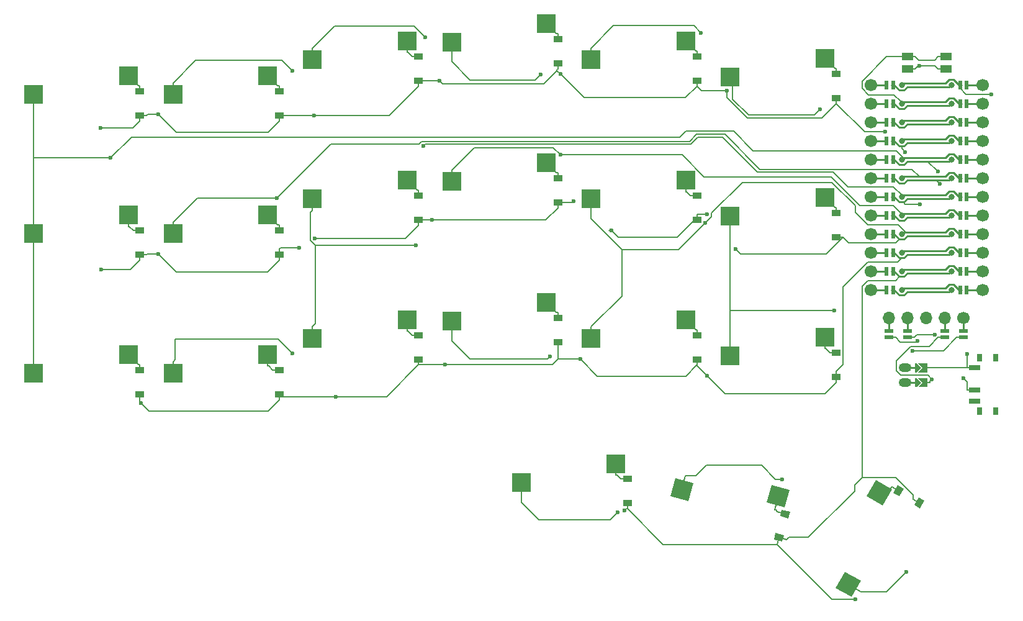
<source format=gbl>
G04 #@! TF.GenerationSoftware,KiCad,Pcbnew,8.0.8+1*
G04 #@! TF.CreationDate,2025-07-08T12:52:23+00:00*
G04 #@! TF.ProjectId,corney_island_wireless_autorouted,636f726e-6579-45f6-9973-6c616e645f77,0.2*
G04 #@! TF.SameCoordinates,Original*
G04 #@! TF.FileFunction,Copper,L2,Bot*
G04 #@! TF.FilePolarity,Positive*
%FSLAX46Y46*%
G04 Gerber Fmt 4.6, Leading zero omitted, Abs format (unit mm)*
G04 Created by KiCad (PCBNEW 8.0.8+1) date 2025-07-08 12:52:23*
%MOMM*%
%LPD*%
G01*
G04 APERTURE LIST*
G04 #@! TA.AperFunction,SMDPad,CuDef*
%ADD10R,1.550000X1.000000*%
G04 #@! TD*
G04 #@! TA.AperFunction,SMDPad,CuDef*
%ADD11R,0.800000X1.000000*%
G04 #@! TD*
G04 #@! TA.AperFunction,SMDPad,CuDef*
%ADD12R,1.500000X0.700000*%
G04 #@! TD*
G04 #@! TA.AperFunction,ComponentPad*
%ADD13O,1.750000X1.200000*%
G04 #@! TD*
G04 #@! TA.AperFunction,ComponentPad*
%ADD14O,1.700000X1.700000*%
G04 #@! TD*
G04 #@! TA.AperFunction,ComponentPad*
%ADD15C,1.700000*%
G04 #@! TD*
G04 #@! TA.AperFunction,SMDPad,CuDef*
%ADD16R,1.200000X0.600000*%
G04 #@! TD*
G04 #@! TA.AperFunction,SMDPad,CuDef*
%ADD17R,0.600000X1.200000*%
G04 #@! TD*
G04 #@! TA.AperFunction,ComponentPad*
%ADD18C,0.800000*%
G04 #@! TD*
G04 #@! TA.AperFunction,SMDPad,CuDef*
%ADD19R,1.200000X0.900000*%
G04 #@! TD*
G04 #@! TA.AperFunction,SMDPad,CuDef*
%ADD20R,2.550000X2.500000*%
G04 #@! TD*
G04 #@! TA.AperFunction,ViaPad*
%ADD21C,0.600000*%
G04 #@! TD*
G04 #@! TA.AperFunction,Conductor*
%ADD22C,0.200000*%
G04 #@! TD*
G04 #@! TA.AperFunction,Conductor*
%ADD23C,0.250000*%
G04 #@! TD*
G04 APERTURE END LIST*
D10*
X212079000Y-54315000D03*
X212079000Y-56015000D03*
X217329000Y-54315000D03*
X217329000Y-56015000D03*
D11*
X221915000Y-95350000D03*
X221915000Y-102650000D03*
X224125000Y-95350000D03*
X224125000Y-102650000D03*
D12*
X221265000Y-96750000D03*
X221265000Y-99750000D03*
X221265000Y-101250000D03*
G04 #@! TA.AperFunction,SMDPad,CuDef*
G36*
X213566000Y-97350000D02*
G01*
X214166000Y-96750000D01*
X213566000Y-96150000D01*
X214816000Y-96150000D01*
X214816000Y-97350000D01*
X213566000Y-97350000D01*
G37*
G04 #@! TD.AperFunction*
G04 #@! TA.AperFunction,SMDPad,CuDef*
G36*
X213566000Y-99350000D02*
G01*
X214166000Y-98750000D01*
X213566000Y-98150000D01*
X214816000Y-98150000D01*
X214816000Y-99350000D01*
X213566000Y-99350000D01*
G37*
G04 #@! TD.AperFunction*
D13*
X211750000Y-98750000D03*
X211750000Y-96750000D03*
G04 #@! TA.AperFunction,SMDPad,CuDef*
G36*
X213350000Y-99350000D02*
G01*
X213150000Y-99350000D01*
X213150000Y-98150000D01*
X213350000Y-98150000D01*
X213950000Y-98750000D01*
X213350000Y-99350000D01*
G37*
G04 #@! TD.AperFunction*
G04 #@! TA.AperFunction,SMDPad,CuDef*
G36*
X213350000Y-97350000D02*
G01*
X213150000Y-97350000D01*
X213150000Y-96150000D01*
X213350000Y-96150000D01*
X213950000Y-96750000D01*
X213350000Y-97350000D01*
G37*
G04 #@! TD.AperFunction*
D14*
X209567000Y-89950000D03*
X212107000Y-89950000D03*
X214647000Y-89950000D03*
X217187000Y-89950000D03*
D15*
X219727000Y-89950000D03*
D16*
X219727000Y-92600000D03*
X217187000Y-92600000D03*
X212107000Y-92600000D03*
X209567000Y-92600000D03*
X219727000Y-91700000D03*
X217187000Y-91700000D03*
X212107000Y-91700000D03*
X209567000Y-91700000D03*
D17*
X220184000Y-58170000D03*
D15*
X222324000Y-58170000D03*
D17*
X220184000Y-60710000D03*
D15*
X222324000Y-60710000D03*
D17*
X220184000Y-63250000D03*
D15*
X222324000Y-63250000D03*
D17*
X220184000Y-65790000D03*
D15*
X222324000Y-65790000D03*
D17*
X220184000Y-68330000D03*
D15*
X222324000Y-68330000D03*
D17*
X220184000Y-70870000D03*
D15*
X222324000Y-70870000D03*
D17*
X220184000Y-73410000D03*
D15*
X222324000Y-73410000D03*
D17*
X220184000Y-75950000D03*
D15*
X222324000Y-75950000D03*
D17*
X220184000Y-78490000D03*
D15*
X222324000Y-78490000D03*
D17*
X220184000Y-81030000D03*
D15*
X222324000Y-81030000D03*
D17*
X220184000Y-83570000D03*
D15*
X222324000Y-83570000D03*
D17*
X220184000Y-86110000D03*
D15*
X222324000Y-86110000D03*
X207084000Y-86110000D03*
D17*
X209224000Y-86110000D03*
D15*
X207084000Y-83570000D03*
D17*
X209224000Y-83570000D03*
D15*
X207084000Y-81030000D03*
D17*
X209224000Y-81030000D03*
D15*
X207084000Y-78490000D03*
D17*
X209224000Y-78490000D03*
D15*
X207084000Y-75950000D03*
D17*
X209224000Y-75950000D03*
D15*
X207084000Y-73410000D03*
D17*
X209224000Y-73410000D03*
D15*
X207084000Y-70870000D03*
D17*
X209224000Y-70870000D03*
D15*
X207084000Y-68330000D03*
D17*
X209224000Y-68330000D03*
D15*
X207084000Y-65790000D03*
D17*
X209224000Y-65790000D03*
D15*
X207084000Y-63250000D03*
D17*
X209224000Y-63250000D03*
D15*
X207084000Y-60710000D03*
D17*
X209224000Y-60710000D03*
D15*
X207084000Y-58170000D03*
D17*
X209224000Y-58170000D03*
X210124000Y-58170000D03*
D18*
X218104000Y-58170000D03*
D17*
X210124000Y-60710000D03*
D18*
X218104000Y-60710000D03*
D17*
X210124000Y-63250000D03*
D18*
X218104000Y-63250000D03*
D17*
X210124000Y-65790000D03*
D18*
X218104000Y-65790000D03*
D17*
X210124000Y-68330000D03*
D18*
X218104000Y-68330000D03*
D17*
X210124000Y-70870000D03*
D18*
X218104000Y-70870000D03*
D17*
X210124000Y-73410000D03*
D18*
X218104000Y-73410000D03*
D17*
X210124000Y-75950000D03*
D18*
X218104000Y-75950000D03*
D17*
X210124000Y-78490000D03*
D18*
X218104000Y-78490000D03*
D17*
X210124000Y-81030000D03*
D18*
X218104000Y-81030000D03*
D17*
X210124000Y-83570000D03*
D18*
X218104000Y-83570000D03*
D17*
X210124000Y-86110000D03*
D18*
X218104000Y-86110000D03*
X211304000Y-86110000D03*
D17*
X219284000Y-86110000D03*
D18*
X211304000Y-83570000D03*
D17*
X219284000Y-83570000D03*
D18*
X211304000Y-81030000D03*
D17*
X219284000Y-81030000D03*
D18*
X211304000Y-78490000D03*
D17*
X219284000Y-78490000D03*
D18*
X211304000Y-75950000D03*
D17*
X219284000Y-75950000D03*
D18*
X211304000Y-73410000D03*
D17*
X219284000Y-73410000D03*
D18*
X211304000Y-70870000D03*
D17*
X219284000Y-70870000D03*
D18*
X211304000Y-68330000D03*
D17*
X219284000Y-68330000D03*
D18*
X211304000Y-65790000D03*
D17*
X219284000Y-65790000D03*
D18*
X211304000Y-63250000D03*
D17*
X219284000Y-63250000D03*
D18*
X211304000Y-60710000D03*
D17*
X219284000Y-60710000D03*
D18*
X211304000Y-58170000D03*
D17*
X219284000Y-58170000D03*
D19*
X145400000Y-57575000D03*
X145400000Y-54275000D03*
D20*
X149915000Y-90335000D03*
X162842000Y-87795000D03*
X159415000Y-112335000D03*
X172342000Y-109795000D03*
G04 #@! TA.AperFunction,SMDPad,CuDef*
G36*
X214417953Y-114848485D02*
G01*
X213817953Y-115887715D01*
X213038531Y-115437715D01*
X213638531Y-114398485D01*
X214417953Y-114848485D01*
G37*
G04 #@! TD.AperFunction*
G04 #@! TA.AperFunction,SMDPad,CuDef*
G36*
X211560069Y-113198485D02*
G01*
X210960069Y-114237715D01*
X210180647Y-113787715D01*
X210780647Y-112748485D01*
X211560069Y-113198485D01*
G37*
G04 #@! TD.AperFunction*
X111915000Y-97460000D03*
X124842000Y-94920000D03*
G04 #@! TA.AperFunction,SMDPad,CuDef*
G36*
X204449627Y-127984172D02*
G01*
X202284563Y-126734172D01*
X203559563Y-124525808D01*
X205724627Y-125775808D01*
X204449627Y-127984172D01*
G37*
G04 #@! TD.AperFunction*
G04 #@! TA.AperFunction,SMDPad,CuDef*
G36*
X208713423Y-115519062D02*
G01*
X206548359Y-114269062D01*
X207823359Y-112060698D01*
X209988423Y-113310698D01*
X208713423Y-115519062D01*
G37*
G04 #@! TD.AperFunction*
D19*
X107400000Y-81325000D03*
X107400000Y-78025000D03*
X107400000Y-62325000D03*
X107400000Y-59025000D03*
D20*
X130915000Y-54710000D03*
X143842000Y-52170000D03*
X168915000Y-73710000D03*
X181842000Y-71170000D03*
D19*
X183400000Y-57575000D03*
X183400000Y-54275000D03*
D20*
X130915000Y-73710000D03*
X143842000Y-71170000D03*
D19*
X145400000Y-95575000D03*
X145400000Y-92275000D03*
D20*
X149915000Y-52335000D03*
X162842000Y-49795000D03*
X92915000Y-59460000D03*
X105842000Y-56920000D03*
X187915000Y-95085000D03*
X200842000Y-92545000D03*
D19*
X126400000Y-62325000D03*
X126400000Y-59025000D03*
D20*
X168915000Y-92710000D03*
X181842000Y-90170000D03*
D19*
X164400000Y-74200000D03*
X164400000Y-70900000D03*
D20*
X92915000Y-78460000D03*
X105842000Y-75920000D03*
D19*
X107400000Y-100325000D03*
X107400000Y-97025000D03*
X183400000Y-76575000D03*
X183400000Y-73275000D03*
X126400000Y-100325000D03*
X126400000Y-97025000D03*
D20*
X130915000Y-92710000D03*
X143842000Y-90170000D03*
X92915000Y-97460000D03*
X105842000Y-94920000D03*
G04 #@! TA.AperFunction,SMDPad,CuDef*
G36*
X195026837Y-120444136D02*
G01*
X193867726Y-120133553D01*
X194100663Y-119264220D01*
X195259774Y-119574803D01*
X195026837Y-120444136D01*
G37*
G04 #@! TD.AperFunction*
G04 #@! TA.AperFunction,SMDPad,CuDef*
G36*
X195880937Y-117256580D02*
G01*
X194721826Y-116945997D01*
X194954763Y-116076664D01*
X196113874Y-116387247D01*
X195880937Y-117256580D01*
G37*
G04 #@! TD.AperFunction*
D19*
X126400000Y-81325000D03*
X126400000Y-78025000D03*
X173900000Y-115200000D03*
X173900000Y-111900000D03*
D20*
X111915000Y-78460000D03*
X124842000Y-75920000D03*
D19*
X183400000Y-95575000D03*
X183400000Y-92275000D03*
X202400000Y-59950000D03*
X202400000Y-56650000D03*
D20*
X187915000Y-76085000D03*
X200842000Y-73545000D03*
X149915000Y-71335000D03*
X162842000Y-68795000D03*
D19*
X164400000Y-55200000D03*
X164400000Y-51900000D03*
D20*
X187915000Y-57085000D03*
X200842000Y-54545000D03*
D19*
X145400000Y-76575000D03*
X145400000Y-73275000D03*
X164400000Y-93200000D03*
X164400000Y-89900000D03*
G04 #@! TA.AperFunction,SMDPad,CuDef*
G36*
X179758737Y-114215228D02*
G01*
X180405784Y-111800413D01*
X182868895Y-112460402D01*
X182221848Y-114875217D01*
X179758737Y-114215228D01*
G37*
G04 #@! TD.AperFunction*
G04 #@! TA.AperFunction,SMDPad,CuDef*
G36*
X192902660Y-115107531D02*
G01*
X193549707Y-112692716D01*
X196012818Y-113352705D01*
X195365771Y-115767520D01*
X192902660Y-115107531D01*
G37*
G04 #@! TD.AperFunction*
D20*
X168915000Y-54710000D03*
X181842000Y-52170000D03*
D19*
X202400000Y-78950000D03*
X202400000Y-75650000D03*
X202400000Y-97950000D03*
X202400000Y-94650000D03*
D20*
X111915000Y-59460000D03*
X124842000Y-56920000D03*
D21*
X103412600Y-68126100D03*
X215410800Y-98304800D03*
X211802400Y-67322300D03*
X128170800Y-94769700D03*
X128170800Y-56265700D03*
X126085000Y-73621900D03*
X146328100Y-51677700D03*
X145085000Y-80009500D03*
X146050800Y-66503200D03*
X164758500Y-67706900D03*
X162056200Y-56775000D03*
X172561500Y-116455300D03*
X163361600Y-95150800D03*
X195001000Y-111906400D03*
X184508900Y-77021400D03*
X183930000Y-51053000D03*
X211952700Y-124551600D03*
X200162000Y-61492800D03*
X202085000Y-88881800D03*
X149027600Y-96326700D03*
X167478500Y-95563600D03*
X107560400Y-101499900D03*
X184749200Y-97777100D03*
X134143600Y-100700800D03*
X129154200Y-80345300D03*
X166520000Y-74056300D03*
X184773400Y-75764400D03*
X102088400Y-83361900D03*
X147210500Y-76589500D03*
X188614700Y-80542700D03*
X109920400Y-81172000D03*
X131266100Y-79085800D03*
X171736800Y-77977000D03*
X148269600Y-57575000D03*
X209043300Y-64520000D03*
X131166800Y-62325000D03*
X109920400Y-62195900D03*
X101997600Y-64066900D03*
X164792500Y-56699100D03*
X187478800Y-58917500D03*
X173495400Y-116167200D03*
X204958900Y-128287400D03*
X223557700Y-59440000D03*
X219748700Y-98179800D03*
X213691200Y-55567900D03*
X216239700Y-69976300D03*
X213415400Y-93088400D03*
X216540600Y-71667500D03*
X215812600Y-92215800D03*
X212810700Y-94397900D03*
X213787900Y-74426900D03*
X220248700Y-94812000D03*
D22*
X181849000Y-64465800D02*
X181206900Y-65107900D01*
D23*
X219284000Y-68330000D02*
X219129000Y-68330000D01*
D22*
X92915000Y-68126100D02*
X103412600Y-68126100D01*
D23*
X217299000Y-68110000D02*
X211524000Y-68110000D01*
D22*
X92915000Y-68126100D02*
X92915000Y-59460000D01*
X210550600Y-67136600D02*
X191037400Y-67136600D01*
D23*
X218404000Y-67605000D02*
X217804000Y-67605000D01*
D22*
X106266000Y-65272700D02*
X103412600Y-68126100D01*
X211304000Y-68330000D02*
X211524000Y-68110000D01*
X188366600Y-64465800D02*
X181849000Y-64465800D01*
X191037400Y-67136600D02*
X188366600Y-64465800D01*
D23*
X219479000Y-68330000D02*
X219284000Y-68330000D01*
X217804000Y-67605000D02*
X217299000Y-68110000D01*
X219129000Y-68330000D02*
X218404000Y-67605000D01*
D22*
X211524000Y-68110000D02*
X210550600Y-67136600D01*
X181206900Y-65107900D02*
X181042100Y-65272700D01*
X181206900Y-65107900D02*
X181042100Y-65272700D01*
X92915000Y-68126100D02*
X92915000Y-78460000D01*
X92915000Y-78460000D02*
X92915000Y-97460000D01*
X181042100Y-65272700D02*
X106266000Y-65272700D01*
X107400000Y-96273300D02*
X107195300Y-96273300D01*
X107195300Y-96273300D02*
X105842000Y-94920000D01*
X107400000Y-97025000D02*
X107400000Y-96273300D01*
X217329000Y-54315000D02*
X216252300Y-54315000D01*
D23*
X219479000Y-60710000D02*
X219284000Y-60710000D01*
D22*
X212617400Y-54315000D02*
X212079000Y-54315000D01*
D23*
X211004000Y-66515000D02*
X211304000Y-66515000D01*
X217299000Y-60490000D02*
X211524000Y-60490000D01*
D22*
X205886200Y-57682900D02*
X205886200Y-58614100D01*
D23*
X219284000Y-60710000D02*
X219129000Y-60710000D01*
D22*
X213611300Y-54770600D02*
X215796700Y-54770600D01*
D23*
X218404000Y-59985000D02*
X217804000Y-59985000D01*
X210279000Y-63250000D02*
X211004000Y-63975000D01*
D22*
X211304000Y-60560200D02*
X211304000Y-60710000D01*
X216285300Y-92600000D02*
X215089100Y-93796200D01*
D23*
X210124000Y-63250000D02*
X210279000Y-63250000D01*
X209929000Y-63250000D02*
X210124000Y-63250000D01*
X217804000Y-59985000D02*
X217299000Y-60490000D01*
D22*
X211233800Y-60490000D02*
X211524000Y-60490000D01*
D23*
X211604000Y-66515000D02*
X212099000Y-66020000D01*
X212099000Y-63480000D02*
X217874000Y-63480000D01*
D22*
X211128900Y-60385100D02*
X211304000Y-60560200D01*
X205886200Y-58614100D02*
X206788700Y-59516600D01*
D23*
X210279000Y-65790000D02*
X211004000Y-66515000D01*
D22*
X211304000Y-66515000D02*
X211304000Y-66823900D01*
X209254100Y-54315000D02*
X205886200Y-57682900D01*
D23*
X211604000Y-63975000D02*
X212099000Y-63480000D01*
X211004000Y-63975000D02*
X211604000Y-63975000D01*
D22*
X210550100Y-95807700D02*
X210550100Y-97169700D01*
X213155700Y-54315000D02*
X213611300Y-54770600D01*
X211304000Y-66823900D02*
X211802400Y-67322300D01*
X212561600Y-93796200D02*
X210550100Y-95807700D01*
X218104000Y-63250000D02*
X217874000Y-63480000D01*
X212079000Y-54315000D02*
X209254100Y-54315000D01*
D23*
X209929000Y-65790000D02*
X210124000Y-65790000D01*
D22*
X215410800Y-98304800D02*
X215117700Y-98597900D01*
X210260400Y-59516600D02*
X211128900Y-60385100D01*
X206788700Y-59516600D02*
X210260400Y-59516600D01*
X215089100Y-93796200D02*
X212561600Y-93796200D01*
X217874000Y-66020000D02*
X218104000Y-65790000D01*
X210550100Y-97169700D02*
X211130400Y-97750000D01*
X211128900Y-60385100D02*
X211233800Y-60490000D01*
D23*
X211304000Y-66515000D02*
X211604000Y-66515000D01*
D22*
X211130400Y-97750000D02*
X214856000Y-97750000D01*
D23*
X219129000Y-60710000D02*
X218404000Y-59985000D01*
D22*
X214566000Y-98750000D02*
X215117700Y-98750000D01*
X214856000Y-97750000D02*
X215410800Y-98304800D01*
D23*
X212099000Y-66020000D02*
X217874000Y-66020000D01*
D22*
X215117700Y-98597900D02*
X215117700Y-98750000D01*
X217187000Y-92600000D02*
X216285300Y-92600000D01*
X212617400Y-54315000D02*
X213155700Y-54315000D01*
X215796700Y-54770600D02*
X216252300Y-54315000D01*
D23*
X210124000Y-65790000D02*
X210279000Y-65790000D01*
D22*
X105842000Y-77471700D02*
X105945000Y-77471700D01*
X105842000Y-75920000D02*
X105842000Y-77471700D01*
X105945000Y-77471700D02*
X106498300Y-78025000D01*
X107400000Y-78025000D02*
X106498300Y-78025000D01*
X107400000Y-58273300D02*
X107195300Y-58273300D01*
X107195300Y-58273300D02*
X105842000Y-56920000D01*
X107400000Y-59025000D02*
X107400000Y-58273300D01*
X126085000Y-73621900D02*
X115201400Y-73621900D01*
D23*
X219284000Y-70870000D02*
X219129000Y-70870000D01*
D22*
X183343300Y-64867500D02*
X182349700Y-65861100D01*
X111915000Y-57908300D02*
X114995100Y-54828200D01*
X111915000Y-97460000D02*
X111915000Y-95908300D01*
D23*
X218404000Y-70145000D02*
X217804000Y-70145000D01*
D22*
X211304000Y-70870000D02*
X211524000Y-70650000D01*
D23*
X217804000Y-70145000D02*
X217299000Y-70650000D01*
X213675900Y-70650000D02*
X211524000Y-70650000D01*
D22*
X111915000Y-59460000D02*
X111915000Y-57908300D01*
X212684400Y-69658500D02*
X191984700Y-69658500D01*
X213675900Y-70650000D02*
X212684400Y-69658500D01*
D23*
X219129000Y-70870000D02*
X218404000Y-70145000D01*
D22*
X191984700Y-69658500D02*
X187193700Y-64867500D01*
X112230500Y-95592800D02*
X112230500Y-92823200D01*
X115201400Y-73621900D02*
X111915000Y-76908300D01*
X133444100Y-66262800D02*
X126085000Y-73621900D01*
X187193700Y-64867500D02*
X183343300Y-64867500D01*
X114995100Y-54828200D02*
X126733300Y-54828200D01*
X145440500Y-66262700D02*
X145440500Y-66262800D01*
X112230500Y-92823200D02*
X126224300Y-92823200D01*
X145440500Y-66262800D02*
X133444100Y-66262800D01*
X126733300Y-54828200D02*
X128170800Y-56265700D01*
X145842100Y-65861100D02*
X145440500Y-66262700D01*
X126224300Y-92823200D02*
X128170800Y-94769700D01*
D23*
X217299000Y-70650000D02*
X213675900Y-70650000D01*
X219479000Y-70870000D02*
X219284000Y-70870000D01*
D22*
X111915000Y-78460000D02*
X111915000Y-76908300D01*
X111915000Y-95908300D02*
X112230500Y-95592800D01*
X182349700Y-65861100D02*
X145842100Y-65861100D01*
X124842000Y-96471700D02*
X124945000Y-96471700D01*
X126400000Y-97025000D02*
X125498300Y-97025000D01*
X124842000Y-94920000D02*
X124842000Y-96471700D01*
X124945000Y-96471700D02*
X125498300Y-97025000D01*
X126400000Y-77273300D02*
X126195300Y-77273300D01*
X126400000Y-78025000D02*
X126400000Y-77273300D01*
X126195300Y-77273300D02*
X124842000Y-75920000D01*
X126400000Y-58273300D02*
X126195300Y-58273300D01*
X126195300Y-58273300D02*
X124842000Y-56920000D01*
X126400000Y-59025000D02*
X126400000Y-58273300D01*
D23*
X217804000Y-72685000D02*
X217299000Y-73190000D01*
D22*
X186827200Y-65269200D02*
X191618200Y-70060200D01*
X203987600Y-72077800D02*
X210192700Y-72077800D01*
X201970000Y-70060200D02*
X203987600Y-72077800D01*
X130915000Y-73710000D02*
X130915000Y-75261700D01*
D23*
X219129000Y-73410000D02*
X218404000Y-72685000D01*
D22*
X183509600Y-65269200D02*
X186827200Y-65269200D01*
D23*
X219284000Y-73410000D02*
X219129000Y-73410000D01*
D22*
X146291200Y-66262800D02*
X182516000Y-66262800D01*
D23*
X217299000Y-73190000D02*
X211524000Y-73190000D01*
X218404000Y-72685000D02*
X217804000Y-72685000D01*
X219479000Y-73410000D02*
X219284000Y-73410000D01*
D22*
X130915000Y-53158300D02*
X133957200Y-50116100D01*
X130915000Y-54710000D02*
X130915000Y-53158300D01*
X130915000Y-75261700D02*
X130664400Y-75512300D01*
X131339000Y-80009500D02*
X145085000Y-80009500D01*
X182516000Y-66262800D02*
X183509600Y-65269200D01*
X210192700Y-72077800D02*
X211304000Y-73189100D01*
X130664400Y-79334900D02*
X131339000Y-80009500D01*
X211524000Y-73190000D02*
X211304000Y-73410000D01*
X130915000Y-92710000D02*
X130915000Y-91158300D01*
X146050800Y-66503200D02*
X146291200Y-66262800D01*
X211304000Y-73189100D02*
X211304000Y-73410000D01*
X144766500Y-50116100D02*
X146328100Y-51677700D01*
X191618200Y-70060200D02*
X201970000Y-70060200D01*
X130915000Y-91158300D02*
X131339000Y-90734300D01*
X131339000Y-90734300D02*
X131339000Y-80009500D01*
X133957200Y-50116100D02*
X144766500Y-50116100D01*
X130664400Y-75512300D02*
X130664400Y-79334900D01*
X143945000Y-91721700D02*
X144498300Y-92275000D01*
X143842000Y-90170000D02*
X143842000Y-91721700D01*
X143842000Y-91721700D02*
X143945000Y-91721700D01*
X145400000Y-92275000D02*
X144498300Y-92275000D01*
X145400000Y-72523300D02*
X145195300Y-72523300D01*
X145400000Y-73275000D02*
X145400000Y-72523300D01*
X145195300Y-72523300D02*
X143842000Y-71170000D01*
X143842000Y-53721700D02*
X143945000Y-53721700D01*
X143842000Y-52170000D02*
X143842000Y-53721700D01*
X145400000Y-54275000D02*
X144498300Y-54275000D01*
X143945000Y-53721700D02*
X144498300Y-54275000D01*
X201684200Y-70717700D02*
X205575600Y-74609100D01*
X211304000Y-75950000D02*
X211524000Y-75730000D01*
X161306200Y-57525000D02*
X152433100Y-57525000D01*
X149915000Y-93038800D02*
X149915000Y-90335000D01*
X205575600Y-74609100D02*
X210150600Y-74609100D01*
X163015800Y-95496600D02*
X152372800Y-95496600D01*
X152372800Y-95496600D02*
X149915000Y-93038800D01*
X162056200Y-56775000D02*
X161306200Y-57525000D01*
D23*
X219284000Y-75950000D02*
X219129000Y-75950000D01*
D22*
X211304000Y-75762500D02*
X211304000Y-75950000D01*
X181349400Y-67706900D02*
X184360200Y-70717700D01*
X149915000Y-55006900D02*
X149915000Y-52335000D01*
X163361600Y-95150800D02*
X163015800Y-95496600D01*
X171526900Y-117489900D02*
X172561500Y-116455300D01*
X152964100Y-66734200D02*
X163785800Y-66734200D01*
D23*
X219129000Y-75950000D02*
X218404000Y-75225000D01*
D22*
X163785800Y-66734200D02*
X164758500Y-67706900D01*
X159415000Y-115060800D02*
X161844100Y-117489900D01*
D23*
X219479000Y-75950000D02*
X219284000Y-75950000D01*
D22*
X161844100Y-117489900D02*
X171526900Y-117489900D01*
X149915000Y-69783300D02*
X152964100Y-66734200D01*
D23*
X217804000Y-75225000D02*
X217299000Y-75730000D01*
D22*
X210150600Y-74609100D02*
X211304000Y-75762500D01*
X184360200Y-70717700D02*
X201684200Y-70717700D01*
X149915000Y-71335000D02*
X149915000Y-69783300D01*
D23*
X217299000Y-75730000D02*
X211524000Y-75730000D01*
X218404000Y-75225000D02*
X217804000Y-75225000D01*
D22*
X159415000Y-112335000D02*
X159415000Y-115060800D01*
X164758500Y-67706900D02*
X181349400Y-67706900D01*
X152433100Y-57525000D02*
X149915000Y-55006900D01*
X164195300Y-89148300D02*
X162842000Y-87795000D01*
X164400000Y-89148300D02*
X164195300Y-89148300D01*
X164400000Y-89900000D02*
X164400000Y-89148300D01*
X164400000Y-70148300D02*
X164195300Y-70148300D01*
X164400000Y-70900000D02*
X164400000Y-70148300D01*
X164195300Y-70148300D02*
X162842000Y-68795000D01*
X164195300Y-51148300D02*
X162842000Y-49795000D01*
X164400000Y-51148300D02*
X164195300Y-51148300D01*
X164400000Y-51900000D02*
X164400000Y-51148300D01*
X201770200Y-71454500D02*
X204956000Y-74640300D01*
D23*
X219129000Y-78490000D02*
X218404000Y-77765000D01*
X211875800Y-78270000D02*
X211524000Y-78270000D01*
D22*
X210825800Y-77220000D02*
X211875800Y-78270000D01*
D23*
X217299000Y-78270000D02*
X211875800Y-78270000D01*
D22*
X206657400Y-77220000D02*
X210825800Y-77220000D01*
X168915000Y-53158300D02*
X172008200Y-50065100D01*
X181824700Y-111430900D02*
X183220700Y-111430900D01*
X183220700Y-111430900D02*
X184651700Y-109999900D01*
X168915000Y-91158300D02*
X173132700Y-86940600D01*
X189571700Y-71454500D02*
X201770200Y-71454500D01*
X181313800Y-113337800D02*
X181824700Y-111430900D01*
X168915000Y-73710000D02*
X168915000Y-76421200D01*
X194093200Y-111906400D02*
X195001000Y-111906400D01*
D23*
X219284000Y-78490000D02*
X219129000Y-78490000D01*
X217804000Y-77765000D02*
X217299000Y-78270000D01*
D22*
X168915000Y-92710000D02*
X168915000Y-91158300D01*
X173132700Y-86940600D02*
X173132700Y-80638900D01*
X168915000Y-76421200D02*
X173132700Y-80638900D01*
X192186700Y-109999900D02*
X194093200Y-111906400D01*
D23*
X218404000Y-77765000D02*
X217804000Y-77765000D01*
D22*
X182942100Y-50065100D02*
X183930000Y-51053000D01*
X172008200Y-50065100D02*
X182942100Y-50065100D01*
D23*
X219479000Y-78490000D02*
X219284000Y-78490000D01*
D22*
X173132700Y-80638900D02*
X180891400Y-80638900D01*
X180891400Y-80638900D02*
X184508900Y-77021400D01*
X211524000Y-78270000D02*
X211304000Y-78490000D01*
X184508900Y-77021400D02*
X185375100Y-76155200D01*
X185375100Y-76155200D02*
X185375100Y-75651100D01*
X204956000Y-74640300D02*
X204956000Y-75518600D01*
X185375100Y-75651100D02*
X189571700Y-71454500D01*
X204956000Y-75518600D02*
X206657400Y-77220000D01*
X168915000Y-54710000D02*
X168915000Y-53158300D01*
X184651700Y-109999900D02*
X192186700Y-109999900D01*
X183195300Y-91523300D02*
X181842000Y-90170000D01*
X183400000Y-92275000D02*
X183400000Y-91523300D01*
X183400000Y-91523300D02*
X183195300Y-91523300D01*
X183400000Y-73275000D02*
X182498300Y-73275000D01*
X181842000Y-72721700D02*
X181945000Y-72721700D01*
X181842000Y-71170000D02*
X181842000Y-72721700D01*
X181945000Y-72721700D02*
X182498300Y-73275000D01*
X183400000Y-54275000D02*
X183400000Y-53523300D01*
X183195300Y-53523300D02*
X181842000Y-52170000D01*
X183400000Y-53523300D02*
X183195300Y-53523300D01*
X188249400Y-57419400D02*
X187915000Y-57085000D01*
X187915000Y-88881800D02*
X187915000Y-76085000D01*
X187915000Y-95085000D02*
X187915000Y-88881800D01*
X209204300Y-127300000D02*
X211952700Y-124551600D01*
X211304000Y-81030000D02*
X211524000Y-80810000D01*
X199394100Y-62260700D02*
X190410800Y-62260700D01*
D23*
X217804000Y-80305000D02*
X217299000Y-80810000D01*
D22*
X205772100Y-127300000D02*
X209204300Y-127300000D01*
X190410800Y-62260700D02*
X188249400Y-60099300D01*
X188249400Y-60099300D02*
X188249400Y-57419400D01*
X205714300Y-127242200D02*
X205772100Y-127300000D01*
D23*
X219129000Y-81030000D02*
X218404000Y-80305000D01*
D22*
X200162000Y-61492800D02*
X199394100Y-62260700D01*
D23*
X217299000Y-80810000D02*
X211524000Y-80810000D01*
X218404000Y-80305000D02*
X217804000Y-80305000D01*
X219284000Y-81030000D02*
X219129000Y-81030000D01*
X219479000Y-81030000D02*
X219284000Y-81030000D01*
D22*
X204004600Y-126255000D02*
X205714300Y-127242200D01*
X187915000Y-88881800D02*
X202085000Y-88881800D01*
X200842000Y-92545000D02*
X200842000Y-94096700D01*
X202400000Y-94650000D02*
X201498300Y-94650000D01*
X200842000Y-94096700D02*
X200945000Y-94096700D01*
X200945000Y-94096700D02*
X201498300Y-94650000D01*
X202195300Y-74898300D02*
X200842000Y-73545000D01*
X202400000Y-75650000D02*
X202400000Y-74898300D01*
X202400000Y-74898300D02*
X202195300Y-74898300D01*
X202400000Y-55898300D02*
X202195300Y-55898300D01*
X202400000Y-56650000D02*
X202400000Y-55898300D01*
X202195300Y-55898300D02*
X200842000Y-54545000D01*
X172342000Y-111346700D02*
X172445000Y-111346700D01*
X172445000Y-111346700D02*
X172998300Y-111900000D01*
X173900000Y-111900000D02*
X172998300Y-111900000D01*
X172342000Y-109795000D02*
X172342000Y-111346700D01*
X193946800Y-116137000D02*
X194108300Y-116137000D01*
X194108300Y-116137000D02*
X194352300Y-116381000D01*
X194352300Y-116381000D02*
X194352300Y-116381100D01*
X195417900Y-116666600D02*
X194352300Y-116381100D01*
X194457700Y-114230100D02*
X193946800Y-116137000D01*
X208268400Y-113789900D02*
X209216600Y-113789900D01*
X209216600Y-113789900D02*
X210010100Y-112996400D01*
X210870400Y-113493100D02*
X210010100Y-112996400D01*
X183400000Y-96326700D02*
X183349400Y-96377300D01*
X107560400Y-101499900D02*
X107400000Y-101339500D01*
X126400000Y-100700800D02*
X134143600Y-100700800D01*
X149027600Y-96326700D02*
X145400000Y-96326700D01*
X107560400Y-101499900D02*
X108669400Y-102608900D01*
X126400000Y-100700800D02*
X126400000Y-101076700D01*
X211304000Y-81755000D02*
X210759000Y-82300000D01*
D23*
X212099000Y-81260000D02*
X217874000Y-81260000D01*
D22*
X200865400Y-100236300D02*
X187208400Y-100236300D01*
X210759000Y-82300000D02*
X206721000Y-82300000D01*
X183400000Y-95575000D02*
X183400000Y-96326700D01*
X108669400Y-102608900D02*
X124867800Y-102608900D01*
X126400000Y-100325000D02*
X126400000Y-100700800D01*
D23*
X211304000Y-81755000D02*
X211604000Y-81755000D01*
D22*
X164400000Y-95563600D02*
X163636900Y-96326700D01*
X202400000Y-97950000D02*
X202400000Y-97198300D01*
X203301700Y-85719300D02*
X203301700Y-96296600D01*
D23*
X210124000Y-81030000D02*
X210279000Y-81030000D01*
D22*
X163636900Y-96326700D02*
X149027600Y-96326700D01*
X141025900Y-100700800D02*
X145400000Y-96326700D01*
D23*
X209929000Y-81030000D02*
X210124000Y-81030000D01*
D22*
X167478500Y-95563600D02*
X164400000Y-95563600D01*
X203301700Y-96296600D02*
X202400000Y-97198300D01*
X218104000Y-81030000D02*
X217874000Y-81260000D01*
X187208400Y-100236300D02*
X184749200Y-97777100D01*
D23*
X211604000Y-81755000D02*
X212099000Y-81260000D01*
D22*
X145400000Y-95575000D02*
X145400000Y-96326700D01*
X124867800Y-102608900D02*
X126400000Y-101076700D01*
X183349400Y-96377300D02*
X181850900Y-97875800D01*
D23*
X211004000Y-81755000D02*
X211304000Y-81755000D01*
D22*
X134143600Y-100700800D02*
X141025900Y-100700800D01*
X206721000Y-82300000D02*
X203301700Y-85719300D01*
X181850900Y-97875800D02*
X169790700Y-97875800D01*
X202400000Y-98701700D02*
X200865400Y-100236300D01*
X184749200Y-97777100D02*
X183349400Y-96377300D01*
X164400000Y-95563600D02*
X164400000Y-93951700D01*
X202400000Y-97950000D02*
X202400000Y-98701700D01*
X164400000Y-93200000D02*
X164400000Y-93951700D01*
X169790700Y-97875800D02*
X167478500Y-95563600D01*
D23*
X210279000Y-81030000D02*
X211004000Y-81755000D01*
D22*
X107400000Y-101339500D02*
X107400000Y-100325000D01*
X143640900Y-79085800D02*
X145400000Y-77326700D01*
X204043600Y-79691900D02*
X210527100Y-79691900D01*
X166520000Y-74056300D02*
X166376300Y-74200000D01*
X180696700Y-78902400D02*
X172662200Y-78902400D01*
X172662200Y-78902400D02*
X171736800Y-77977000D01*
X203301700Y-78950000D02*
X201006700Y-81245000D01*
X210527100Y-79691900D02*
X211004000Y-79215000D01*
X189317000Y-81245000D02*
X188614700Y-80542700D01*
D23*
X211004000Y-79215000D02*
X211604000Y-79215000D01*
D22*
X102088400Y-83361900D02*
X106114800Y-83361900D01*
X126400000Y-81325000D02*
X126400000Y-82076700D01*
X112391800Y-83643400D02*
X109920400Y-81172000D01*
X162776700Y-76575000D02*
X164400000Y-74951700D01*
D23*
X212099000Y-78720000D02*
X217874000Y-78720000D01*
D22*
X202400000Y-78950000D02*
X203301700Y-78950000D01*
D23*
X210124000Y-78490000D02*
X210279000Y-78490000D01*
D22*
X107400000Y-81325000D02*
X108301700Y-81325000D01*
X131266100Y-79085800D02*
X143640900Y-79085800D01*
X145400000Y-76575000D02*
X145400000Y-77326700D01*
X218104000Y-78490000D02*
X217874000Y-78720000D01*
X126400000Y-80573300D02*
X126628000Y-80345300D01*
X171736800Y-77977000D02*
X171345800Y-77977000D01*
X146316200Y-76589500D02*
X146301700Y-76575000D01*
X183458900Y-75764400D02*
X183400000Y-75823300D01*
X109920400Y-81172000D02*
X108454700Y-81172000D01*
X146301700Y-76575000D02*
X162776700Y-76575000D01*
X126628000Y-80345300D02*
X129154200Y-80345300D01*
X171345800Y-77977000D02*
X171736800Y-77977000D01*
X145400000Y-76575000D02*
X146301700Y-76575000D01*
X183400000Y-76575000D02*
X183400000Y-76199100D01*
X164400000Y-74200000D02*
X164400000Y-74951700D01*
X183400000Y-76199100D02*
X183400000Y-75823300D01*
X184773400Y-75764400D02*
X183458900Y-75764400D01*
X201006700Y-81245000D02*
X189317000Y-81245000D01*
X183400000Y-76199100D02*
X180696700Y-78902400D01*
X166376300Y-74200000D02*
X164400000Y-74200000D01*
X107400000Y-81325000D02*
X107400000Y-82076700D01*
X126400000Y-81325000D02*
X126400000Y-80573300D01*
X147210500Y-76589500D02*
X146316200Y-76589500D01*
X108454700Y-81172000D02*
X108301700Y-81325000D01*
D23*
X210279000Y-78490000D02*
X211004000Y-79215000D01*
D22*
X203301700Y-78950000D02*
X204043600Y-79691900D01*
X124833300Y-83643400D02*
X112391800Y-83643400D01*
X126400000Y-82076700D02*
X124833300Y-83643400D01*
D23*
X209929000Y-78490000D02*
X210124000Y-78490000D01*
D22*
X106114800Y-83361900D02*
X107400000Y-82076700D01*
D23*
X211604000Y-79215000D02*
X212099000Y-78720000D01*
D22*
X187478800Y-58917500D02*
X183990800Y-58917500D01*
X107400000Y-62325000D02*
X108301700Y-62325000D01*
X109920400Y-62195900D02*
X112342300Y-64617800D01*
X112342300Y-64617800D02*
X124858900Y-64617800D01*
D23*
X210124000Y-75950000D02*
X210279000Y-75950000D01*
D22*
X209043300Y-64520000D02*
X206218300Y-64520000D01*
X131166800Y-62325000D02*
X126400000Y-62325000D01*
X181831100Y-59895600D02*
X167989000Y-59895600D01*
D23*
X212099000Y-76180000D02*
X217874000Y-76180000D01*
X211004000Y-76675000D02*
X211604000Y-76675000D01*
D22*
X108430800Y-62195900D02*
X109920400Y-62195900D01*
X124858900Y-64617800D02*
X126400000Y-63076700D01*
X107400000Y-62325000D02*
X107400000Y-63076700D01*
X187478800Y-58917500D02*
X187478800Y-59896700D01*
D23*
X211604000Y-76675000D02*
X212099000Y-76180000D01*
D22*
X164400000Y-55200000D02*
X164400000Y-55951700D01*
X162517100Y-57976700D02*
X164293600Y-56200200D01*
X148269600Y-57575000D02*
X145400000Y-57575000D01*
X218104000Y-75950000D02*
X217874000Y-76180000D01*
X106409800Y-64066900D02*
X107400000Y-63076700D01*
X200439300Y-62662400D02*
X202400000Y-60701700D01*
X164293600Y-56058100D02*
X164400000Y-55951700D01*
X183990800Y-58917500D02*
X183400000Y-58326700D01*
X187478800Y-59896700D02*
X190244500Y-62662400D01*
X141401700Y-62325000D02*
X131166800Y-62325000D01*
X167989000Y-59895600D02*
X164792500Y-56699100D01*
X148671300Y-57976700D02*
X162517100Y-57976700D01*
X183400000Y-58326700D02*
X181831100Y-59895600D01*
X145400000Y-58326700D02*
X141401700Y-62325000D01*
X190244500Y-62662400D02*
X200439300Y-62662400D01*
X148269600Y-57575000D02*
X148671300Y-57976700D01*
D23*
X210279000Y-75950000D02*
X211004000Y-76675000D01*
X209929000Y-75950000D02*
X210124000Y-75950000D01*
D22*
X108301700Y-62325000D02*
X108430800Y-62195900D01*
X183400000Y-57575000D02*
X183400000Y-58326700D01*
X164792500Y-56699100D02*
X164293600Y-56200200D01*
X145400000Y-57575000D02*
X145400000Y-58326700D01*
X202400000Y-59950000D02*
X202400000Y-60701700D01*
X126400000Y-62325000D02*
X126400000Y-63076700D01*
X101997600Y-64066900D02*
X106409800Y-64066900D01*
X164293600Y-56200200D02*
X164293600Y-56058100D01*
X206218300Y-64520000D02*
X202400000Y-60701700D01*
X205908000Y-111713100D02*
X204890000Y-112731100D01*
X195914800Y-119854200D02*
X195629300Y-120139700D01*
X201780400Y-128287400D02*
X194306600Y-120813600D01*
X212868000Y-114646400D02*
X212868000Y-114075200D01*
D23*
X211604000Y-84295000D02*
X212099000Y-83800000D01*
X212099000Y-83800000D02*
X217874000Y-83800000D01*
D22*
X173900000Y-115951700D02*
X178761900Y-120813600D01*
X173710900Y-115951700D02*
X173900000Y-115951700D01*
X194563700Y-119854200D02*
X195629300Y-120139700D01*
D23*
X210279000Y-83570000D02*
X211004000Y-84295000D01*
D22*
X198591200Y-119854200D02*
X195914800Y-119854200D01*
X204890000Y-112731100D02*
X204890000Y-113555400D01*
X206699800Y-84840000D02*
X210459200Y-84840000D01*
X205908000Y-85631800D02*
X206699800Y-84840000D01*
X218104000Y-83570000D02*
X217874000Y-83800000D01*
X194563700Y-119854200D02*
X194306600Y-120813600D01*
X210459200Y-84840000D02*
X211004200Y-84295000D01*
D23*
X209929000Y-83570000D02*
X210124000Y-83570000D01*
D22*
X204958900Y-128287400D02*
X201780400Y-128287400D01*
X205908000Y-111713100D02*
X205908000Y-85631800D01*
X173900000Y-115200000D02*
X173900000Y-115951700D01*
X173495400Y-116167200D02*
X173710900Y-115951700D01*
X213728200Y-115143100D02*
X212868000Y-114646400D01*
X178761900Y-120813600D02*
X194306600Y-120813600D01*
X212868000Y-114075200D02*
X210505900Y-111713100D01*
X210505900Y-111713100D02*
X205908000Y-111713100D01*
X204890000Y-113555400D02*
X198591200Y-119854200D01*
D23*
X211004200Y-84295000D02*
X211604000Y-84295000D01*
X210124000Y-83570000D02*
X210279000Y-83570000D01*
X211004000Y-84295000D02*
X211004200Y-84295000D01*
D22*
X220213300Y-99750000D02*
X220213300Y-98644400D01*
D23*
X219129000Y-58170000D02*
X218404000Y-57445000D01*
X218404000Y-57445000D02*
X217804000Y-57445000D01*
X217299000Y-57950000D02*
X211524000Y-57950000D01*
D22*
X211304000Y-58170000D02*
X211524000Y-57950000D01*
X221265000Y-99750000D02*
X220213300Y-99750000D01*
D23*
X219479000Y-58170000D02*
X219284000Y-58170000D01*
D22*
X220090500Y-59440000D02*
X223557700Y-59440000D01*
D23*
X219206500Y-58170000D02*
X219129000Y-58170000D01*
D22*
X220213300Y-98644400D02*
X219748700Y-98179800D01*
D23*
X219284000Y-58170000D02*
X219206500Y-58170000D01*
X217804000Y-57445000D02*
X217299000Y-57950000D01*
D22*
X219206500Y-58556000D02*
X220090500Y-59440000D01*
X219206500Y-58170000D02*
X219206500Y-58556000D01*
X213691200Y-55590000D02*
X213691200Y-55567900D01*
X217310600Y-56015000D02*
X216252300Y-56015000D01*
X211524000Y-63030000D02*
X211304000Y-63250000D01*
D23*
X217804000Y-62525000D02*
X217299000Y-63030000D01*
D22*
X217310600Y-56015000D02*
X217329000Y-56015000D01*
D23*
X217299000Y-63030000D02*
X211524000Y-63030000D01*
D22*
X212079000Y-56015000D02*
X213155700Y-56015000D01*
X213691200Y-55590000D02*
X213580700Y-55590000D01*
D23*
X219479000Y-63250000D02*
X219284000Y-63250000D01*
D22*
X215827300Y-55590000D02*
X213691200Y-55590000D01*
X216252300Y-56015000D02*
X215827300Y-55590000D01*
D23*
X218404000Y-62525000D02*
X217804000Y-62525000D01*
X219284000Y-63250000D02*
X219129000Y-63250000D01*
D22*
X213580700Y-55590000D02*
X213155700Y-56015000D01*
D23*
X219129000Y-63250000D02*
X218404000Y-62525000D01*
X217299000Y-65570000D02*
X211524000Y-65570000D01*
X218404000Y-65065000D02*
X217804000Y-65065000D01*
X219479000Y-65790000D02*
X219284000Y-65790000D01*
D22*
X211524000Y-65570000D02*
X211304000Y-65790000D01*
D23*
X217804000Y-65065000D02*
X217299000Y-65570000D01*
X219284000Y-65790000D02*
X219129000Y-65790000D01*
X219129000Y-65790000D02*
X218404000Y-65065000D01*
X219129000Y-83570000D02*
X218404000Y-82845000D01*
X217299000Y-83350000D02*
X211524000Y-83350000D01*
X219284000Y-83570000D02*
X219129000Y-83570000D01*
X218404000Y-82845000D02*
X217804000Y-82845000D01*
X217804000Y-82845000D02*
X217299000Y-83350000D01*
X219479000Y-83570000D02*
X219284000Y-83570000D01*
D22*
X211304000Y-83570000D02*
X211524000Y-83350000D01*
D23*
X219479000Y-86110000D02*
X219284000Y-86110000D01*
X217804000Y-85385000D02*
X217299000Y-85890000D01*
D22*
X211524000Y-85890000D02*
X211304000Y-86110000D01*
D23*
X219129000Y-86110000D02*
X218404000Y-85385000D01*
X218404000Y-85385000D02*
X217804000Y-85385000D01*
X217299000Y-85890000D02*
X211524000Y-85890000D01*
X219284000Y-86110000D02*
X219129000Y-86110000D01*
X211004000Y-58895000D02*
X211604000Y-58895000D01*
X212099000Y-58400000D02*
X217874000Y-58400000D01*
X210279000Y-58170000D02*
X211004000Y-58895000D01*
X210124000Y-58170000D02*
X210279000Y-58170000D01*
X209929000Y-58170000D02*
X210124000Y-58170000D01*
X211604000Y-58895000D02*
X212099000Y-58400000D01*
D22*
X218104000Y-58170000D02*
X217874000Y-58400000D01*
D23*
X209929000Y-60710000D02*
X210124000Y-60710000D01*
X211604000Y-61435000D02*
X212099000Y-60940000D01*
X210279000Y-60710000D02*
X211004000Y-61435000D01*
D22*
X218104000Y-60710000D02*
X217874000Y-60940000D01*
D23*
X211004000Y-61435000D02*
X211604000Y-61435000D01*
X210124000Y-60710000D02*
X210279000Y-60710000D01*
X212099000Y-60940000D02*
X217874000Y-60940000D01*
D22*
X211070400Y-93201700D02*
X210468700Y-92600000D01*
D23*
X210124000Y-68330000D02*
X210279000Y-68330000D01*
D22*
X218104000Y-68330000D02*
X217874000Y-68560000D01*
X213415400Y-93088400D02*
X213302100Y-93201700D01*
D23*
X211604000Y-69055000D02*
X212099000Y-68560000D01*
X212099000Y-68560000D02*
X214823400Y-68560000D01*
D22*
X214823400Y-68560000D02*
X216239700Y-69976300D01*
X213302100Y-93201700D02*
X211070400Y-93201700D01*
D23*
X210279000Y-68330000D02*
X211004000Y-69055000D01*
D22*
X209567000Y-92600000D02*
X210468700Y-92600000D01*
D23*
X209929000Y-68330000D02*
X210124000Y-68330000D01*
X211004000Y-69055000D02*
X211604000Y-69055000D01*
X214823400Y-68560000D02*
X217874000Y-68560000D01*
D22*
X215812600Y-92215800D02*
X213392900Y-92215800D01*
D23*
X215973100Y-71100000D02*
X217874000Y-71100000D01*
X211604000Y-71595000D02*
X212099000Y-71100000D01*
X212099000Y-71100000D02*
X215973100Y-71100000D01*
D22*
X218104000Y-70870000D02*
X217874000Y-71100000D01*
D23*
X210279000Y-70870000D02*
X211004000Y-71595000D01*
D22*
X213392900Y-92215800D02*
X213008700Y-92600000D01*
X212107000Y-92600000D02*
X213008700Y-92600000D01*
X215973100Y-71100000D02*
X216540600Y-71667500D01*
D23*
X210124000Y-70870000D02*
X210279000Y-70870000D01*
X209929000Y-70870000D02*
X210124000Y-70870000D01*
X211004000Y-71595000D02*
X211604000Y-71595000D01*
D22*
X217027400Y-94397900D02*
X218825300Y-92600000D01*
X218104000Y-73410000D02*
X217874000Y-73640000D01*
D23*
X210124000Y-73410000D02*
X210279000Y-73410000D01*
D22*
X212810700Y-94397900D02*
X217027400Y-94397900D01*
X211784300Y-74426900D02*
X213787900Y-74426900D01*
D23*
X211004000Y-74135000D02*
X211492400Y-74135000D01*
X211604000Y-74135000D02*
X212099000Y-73640000D01*
X209929000Y-73410000D02*
X210124000Y-73410000D01*
X210279000Y-73410000D02*
X211004000Y-74135000D01*
X212099000Y-73640000D02*
X217874000Y-73640000D01*
D22*
X219727000Y-92600000D02*
X218825300Y-92600000D01*
D23*
X211492400Y-74135000D02*
X211604000Y-74135000D01*
D22*
X211492400Y-74135000D02*
X211784300Y-74426900D01*
D23*
X210279000Y-86110000D02*
X211004000Y-86835000D01*
X211004000Y-86835000D02*
X211604000Y-86835000D01*
X210124000Y-86110000D02*
X210279000Y-86110000D01*
D22*
X218104000Y-86110000D02*
X217874000Y-86340000D01*
D23*
X211604000Y-86835000D02*
X212099000Y-86340000D01*
X209929000Y-86110000D02*
X210124000Y-86110000D01*
X212099000Y-86340000D02*
X217874000Y-86340000D01*
D22*
X209224000Y-58170000D02*
X209204000Y-58170000D01*
D23*
X207084000Y-58170000D02*
X209204000Y-58170000D01*
X222324000Y-58170000D02*
X220204000Y-58170000D01*
D22*
X220184000Y-58170000D02*
X220204000Y-58170000D01*
X209224000Y-60710000D02*
X209204000Y-60710000D01*
D23*
X207084000Y-60710000D02*
X209204000Y-60710000D01*
X222324000Y-60710000D02*
X220204000Y-60710000D01*
D22*
X220184000Y-60710000D02*
X220204000Y-60710000D01*
X209224000Y-63250000D02*
X209204000Y-63250000D01*
D23*
X207084000Y-63250000D02*
X209204000Y-63250000D01*
X222324000Y-63250000D02*
X220204000Y-63250000D01*
D22*
X220184000Y-63250000D02*
X220204000Y-63250000D01*
D23*
X207084000Y-65790000D02*
X209204000Y-65790000D01*
D22*
X209224000Y-65790000D02*
X209204000Y-65790000D01*
D23*
X222324000Y-65790000D02*
X220204000Y-65790000D01*
D22*
X220184000Y-65790000D02*
X220204000Y-65790000D01*
X209224000Y-68330000D02*
X209204000Y-68330000D01*
D23*
X207084000Y-68330000D02*
X209204000Y-68330000D01*
X222324000Y-68330000D02*
X220204000Y-68330000D01*
D22*
X220184000Y-68330000D02*
X220204000Y-68330000D01*
D23*
X207084000Y-70870000D02*
X209204000Y-70870000D01*
D22*
X209224000Y-70870000D02*
X209204000Y-70870000D01*
D23*
X222324000Y-70870000D02*
X220204000Y-70870000D01*
D22*
X220184000Y-70870000D02*
X220204000Y-70870000D01*
D23*
X207084000Y-73410000D02*
X209204000Y-73410000D01*
D22*
X209224000Y-73410000D02*
X209204000Y-73410000D01*
X220184000Y-73410000D02*
X220204000Y-73410000D01*
D23*
X222324000Y-73410000D02*
X220204000Y-73410000D01*
D22*
X209224000Y-75950000D02*
X209204000Y-75950000D01*
D23*
X207084000Y-75950000D02*
X209204000Y-75950000D01*
D22*
X220184000Y-75950000D02*
X220204000Y-75950000D01*
D23*
X222324000Y-75950000D02*
X220204000Y-75950000D01*
X207084000Y-78490000D02*
X209204000Y-78490000D01*
D22*
X209224000Y-78490000D02*
X209204000Y-78490000D01*
D23*
X222324000Y-78490000D02*
X220204000Y-78490000D01*
D22*
X220184000Y-78490000D02*
X220204000Y-78490000D01*
X209224000Y-81030000D02*
X209204000Y-81030000D01*
D23*
X207084000Y-81030000D02*
X209204000Y-81030000D01*
D22*
X220184000Y-81030000D02*
X220204000Y-81030000D01*
D23*
X222324000Y-81030000D02*
X220204000Y-81030000D01*
X207084000Y-83570000D02*
X209204000Y-83570000D01*
D22*
X209224000Y-83570000D02*
X209204000Y-83570000D01*
D23*
X222324000Y-83570000D02*
X220204000Y-83570000D01*
D22*
X220184000Y-83570000D02*
X220204000Y-83570000D01*
D23*
X207084000Y-86110000D02*
X209204000Y-86110000D01*
D22*
X209224000Y-86110000D02*
X209204000Y-86110000D01*
X220184000Y-86110000D02*
X220204000Y-86110000D01*
D23*
X222324000Y-86110000D02*
X220204000Y-86110000D01*
X209567000Y-89950000D02*
X209567000Y-91700000D01*
X212107000Y-89950000D02*
X212107000Y-91700000D01*
X217187000Y-89950000D02*
X217187000Y-91700000D01*
X219727000Y-89950000D02*
X219727000Y-91700000D01*
D22*
X220248700Y-96750000D02*
X221265000Y-96750000D01*
X214566000Y-96750000D02*
X220248700Y-96750000D01*
X220248700Y-96750000D02*
X220248700Y-94812000D01*
D23*
X213550000Y-98750000D02*
X211750000Y-98750000D01*
X213550000Y-96750000D02*
X211750000Y-96750000D01*
M02*

</source>
